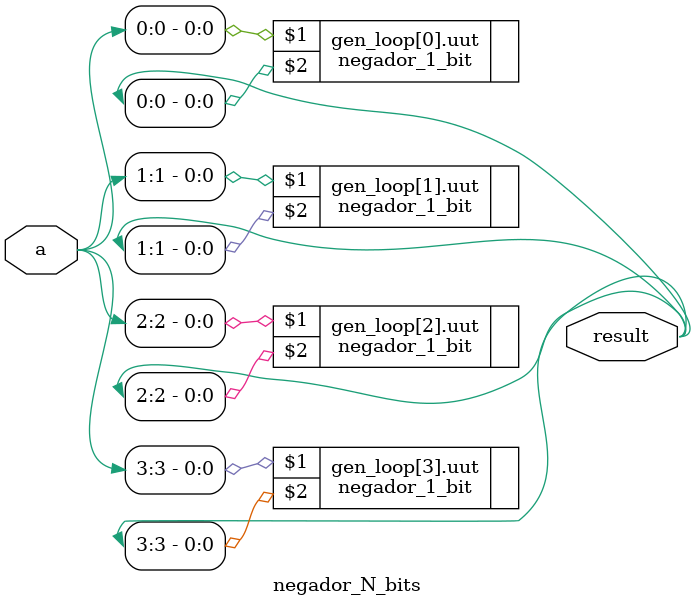
<source format=sv>
 module negador_N_bits #(parameter N = 4)(input logic [N-1:0] a,
													output logic [N-1:0] result );
										
	genvar i;

	generate		
	
		for( i=0;i<N;i++) 
			begin: gen_loop
				negador_1_bit uut (a[i],result[i]);
			end 
			
	endgenerate

endmodule 
</source>
